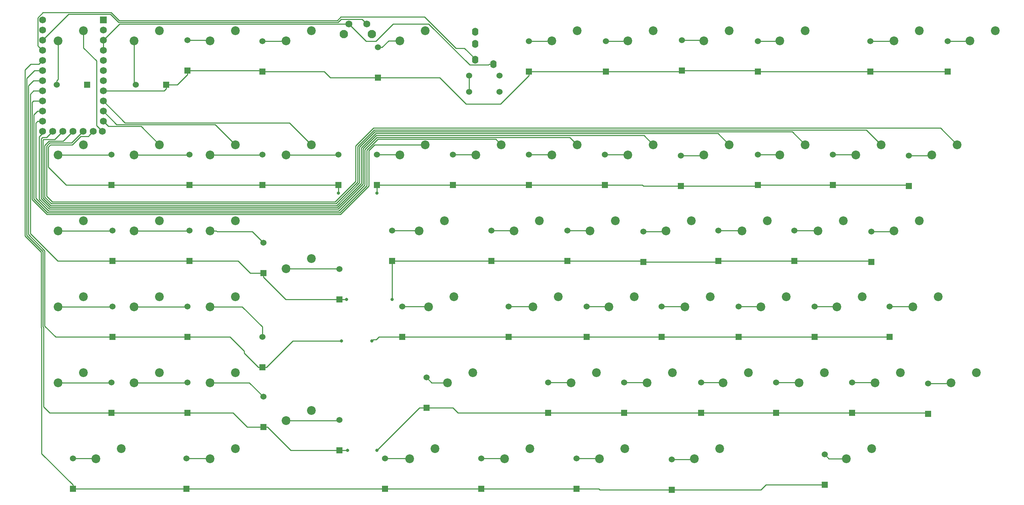
<source format=gtl>
G04 #@! TF.GenerationSoftware,KiCad,Pcbnew,(5.1.4)-1*
G04 #@! TF.CreationDate,2019-10-25T22:15:33-04:00*
G04 #@! TF.ProjectId,Keyboard - Left,4b657962-6f61-4726-9420-2d204c656674,rev?*
G04 #@! TF.SameCoordinates,Original*
G04 #@! TF.FileFunction,Copper,L1,Top*
G04 #@! TF.FilePolarity,Positive*
%FSLAX46Y46*%
G04 Gerber Fmt 4.6, Leading zero omitted, Abs format (unit mm)*
G04 Created by KiCad (PCBNEW (5.1.4)-1) date 2019-10-25 22:15:33*
%MOMM*%
%LPD*%
G04 APERTURE LIST*
%ADD10O,1.600000X2.000000*%
%ADD11C,2.200000*%
%ADD12C,2.100000*%
%ADD13C,1.750000*%
%ADD14C,1.524000*%
%ADD15R,1.524000X1.524000*%
%ADD16R,1.752600X1.752600*%
%ADD17C,1.752600*%
%ADD18C,0.800000*%
%ADD19C,0.250000*%
G04 APERTURE END LIST*
D10*
X138670000Y-38966000D03*
X138670000Y-35966000D03*
X138670000Y-42966000D03*
X143270000Y-44066000D03*
D11*
X40481250Y-35718750D03*
X34131250Y-38258750D03*
X59531250Y-35718750D03*
X53181250Y-38258750D03*
X72231250Y-38258750D03*
X78581250Y-35718750D03*
X97631250Y-35718750D03*
X91281250Y-38258750D03*
X119856250Y-38258750D03*
X126206250Y-35718750D03*
X164306250Y-35718750D03*
X157956250Y-38258750D03*
X183356250Y-35718750D03*
X177006250Y-38258750D03*
X196056250Y-38258750D03*
X202406250Y-35718750D03*
X215106250Y-38258750D03*
X221456250Y-35718750D03*
X243681250Y-38258750D03*
X250031250Y-35718750D03*
X269081250Y-35718750D03*
X262731250Y-38258750D03*
X34131250Y-66833750D03*
X40481250Y-64293750D03*
X59531250Y-64293750D03*
X53181250Y-66833750D03*
X72231250Y-66833750D03*
X78581250Y-64293750D03*
X91281250Y-66833750D03*
X97631250Y-64293750D03*
X126206250Y-64293750D03*
X119856250Y-66833750D03*
X145256250Y-64293750D03*
X138906250Y-66833750D03*
X157956250Y-66833750D03*
X164306250Y-64293750D03*
X177006250Y-66833750D03*
X183356250Y-64293750D03*
X202406250Y-64293750D03*
X196056250Y-66833750D03*
X221456250Y-64293750D03*
X215106250Y-66833750D03*
X240506250Y-64293750D03*
X234156250Y-66833750D03*
X253206250Y-66833750D03*
X259556250Y-64293750D03*
X40481250Y-83343750D03*
X34131250Y-85883750D03*
X59531250Y-83343750D03*
X53181250Y-85883750D03*
X72231250Y-85883750D03*
X78581250Y-83343750D03*
X91281250Y-95408750D03*
X97631250Y-92868750D03*
X130968750Y-83343750D03*
X124618750Y-85883750D03*
X148431250Y-85883750D03*
X154781250Y-83343750D03*
X173831250Y-83343750D03*
X167481250Y-85883750D03*
X186531250Y-85883750D03*
X192881250Y-83343750D03*
X205581250Y-85883750D03*
X211931250Y-83343750D03*
X224631250Y-85883750D03*
X230981250Y-83343750D03*
X243681250Y-85883750D03*
X250031250Y-83343750D03*
X40481250Y-102393750D03*
X34131250Y-104933750D03*
X59531250Y-102393750D03*
X53181250Y-104933750D03*
X78581250Y-102393750D03*
X72231250Y-104933750D03*
X133350000Y-102393750D03*
X127000000Y-104933750D03*
X159543750Y-102393750D03*
X153193750Y-104933750D03*
X172243750Y-104933750D03*
X178593750Y-102393750D03*
X191293750Y-104933750D03*
X197643750Y-102393750D03*
X216693750Y-102393750D03*
X210343750Y-104933750D03*
X235743750Y-102393750D03*
X229393750Y-104933750D03*
X254793750Y-102393750D03*
X248443750Y-104933750D03*
X40481250Y-121443750D03*
X34131250Y-123983750D03*
X59531250Y-121443750D03*
X53181250Y-123983750D03*
X72231250Y-123983750D03*
X78581250Y-121443750D03*
X97631250Y-130968750D03*
X91281250Y-133508750D03*
X138112500Y-121443750D03*
X131762500Y-123983750D03*
X162718750Y-123983750D03*
X169068750Y-121443750D03*
X188118750Y-121443750D03*
X181768750Y-123983750D03*
X207168750Y-121443750D03*
X200818750Y-123983750D03*
X219868750Y-123983750D03*
X226218750Y-121443750D03*
X238918750Y-123983750D03*
X245268750Y-121443750D03*
X257968750Y-123983750D03*
X264318750Y-121443750D03*
X50006250Y-140493750D03*
X43656250Y-143033750D03*
X72231250Y-143033750D03*
X78581250Y-140493750D03*
X128587500Y-140493750D03*
X122237500Y-143033750D03*
X146050000Y-143033750D03*
X152400000Y-140493750D03*
X176212500Y-140493750D03*
X169862500Y-143033750D03*
X193675000Y-143033750D03*
X200025000Y-140493750D03*
X238125000Y-140493750D03*
X231775000Y-143033750D03*
D12*
X105746000Y-36526000D03*
D13*
X107006000Y-34036000D03*
X111506000Y-34036000D03*
D12*
X112756000Y-36526000D03*
D14*
X33782000Y-49276000D03*
D15*
X41402000Y-49276000D03*
D14*
X53594000Y-49276000D03*
D15*
X61214000Y-49276000D03*
D14*
X66548000Y-38100000D03*
D15*
X66548000Y-45720000D03*
X85344000Y-45974000D03*
D14*
X85344000Y-38354000D03*
X114300000Y-39878000D03*
D15*
X114300000Y-47498000D03*
X152146000Y-45974000D03*
D14*
X152146000Y-38354000D03*
X171450000Y-38354000D03*
D15*
X171450000Y-45974000D03*
D14*
X190500000Y-38100000D03*
D15*
X190500000Y-45720000D03*
X209550000Y-45974000D03*
D14*
X209550000Y-38354000D03*
X237744000Y-38354000D03*
D15*
X237744000Y-45974000D03*
D14*
X257175000Y-38354000D03*
D15*
X257175000Y-45974000D03*
X47498000Y-74422000D03*
D14*
X47498000Y-66802000D03*
D15*
X67056000Y-74422000D03*
D14*
X67056000Y-66802000D03*
X85344000Y-66802000D03*
D15*
X85344000Y-74422000D03*
D14*
X104394000Y-66802000D03*
D15*
X104394000Y-74422000D03*
X114046000Y-74422000D03*
D14*
X114046000Y-66802000D03*
D15*
X133096000Y-74422000D03*
D14*
X133096000Y-66802000D03*
X152146000Y-66802000D03*
D15*
X152146000Y-74422000D03*
X171196000Y-74422000D03*
D14*
X171196000Y-66802000D03*
D15*
X190246000Y-74676000D03*
D14*
X190246000Y-67056000D03*
X209550000Y-66802000D03*
D15*
X209550000Y-74422000D03*
X228346000Y-74422000D03*
D14*
X228346000Y-66802000D03*
D15*
X247396000Y-74676000D03*
D14*
X247396000Y-67056000D03*
X47752000Y-85852000D03*
D15*
X47752000Y-93472000D03*
D14*
X67056000Y-85852000D03*
D15*
X67056000Y-93472000D03*
X85598000Y-96520000D03*
D14*
X85598000Y-88900000D03*
D15*
X104648000Y-103124000D03*
D14*
X104648000Y-95504000D03*
X117856000Y-85852000D03*
D15*
X117856000Y-93472000D03*
D14*
X142748000Y-85852000D03*
D15*
X142748000Y-93472000D03*
X161798000Y-93472000D03*
D14*
X161798000Y-85852000D03*
X180848000Y-86106000D03*
D15*
X180848000Y-93726000D03*
D14*
X199644000Y-85852000D03*
D15*
X199644000Y-93472000D03*
X218694000Y-93472000D03*
D14*
X218694000Y-85852000D03*
X237998000Y-86106000D03*
D15*
X237998000Y-93726000D03*
X47752000Y-112522000D03*
D14*
X47752000Y-104902000D03*
D15*
X66548000Y-112522000D03*
D14*
X66548000Y-104902000D03*
X85344000Y-112522000D03*
D15*
X85344000Y-120142000D03*
D14*
X120396000Y-104902000D03*
D15*
X120396000Y-112522000D03*
X147066000Y-112522000D03*
D14*
X147066000Y-104902000D03*
X166624000Y-104902000D03*
D15*
X166624000Y-112522000D03*
X185420000Y-112522000D03*
D14*
X185420000Y-104902000D03*
D15*
X204724000Y-112522000D03*
D14*
X204724000Y-104902000D03*
X223774000Y-104902000D03*
D15*
X223774000Y-112522000D03*
X242570000Y-112522000D03*
D14*
X242570000Y-104902000D03*
X47498000Y-123952000D03*
D15*
X47498000Y-131572000D03*
D14*
X66548000Y-123952000D03*
D15*
X66548000Y-131572000D03*
X85598000Y-135128000D03*
D14*
X85598000Y-127508000D03*
X104648000Y-133350000D03*
D15*
X104648000Y-140970000D03*
X126492000Y-130302000D03*
D14*
X126492000Y-122682000D03*
X156972000Y-123952000D03*
D15*
X156972000Y-131572000D03*
X176022000Y-131572000D03*
D14*
X176022000Y-123952000D03*
X195326000Y-123952000D03*
D15*
X195326000Y-131572000D03*
D14*
X214122000Y-123952000D03*
D15*
X214122000Y-131572000D03*
X233172000Y-131572000D03*
D14*
X233172000Y-123952000D03*
X252222000Y-124206000D03*
D15*
X252222000Y-131826000D03*
X37846000Y-150622000D03*
D14*
X37846000Y-143002000D03*
D15*
X66294000Y-150622000D03*
D14*
X66294000Y-143002000D03*
D15*
X116078000Y-150622000D03*
D14*
X116078000Y-143002000D03*
D15*
X140208000Y-150622000D03*
D14*
X140208000Y-143002000D03*
D15*
X164084000Y-150622000D03*
D14*
X164084000Y-143002000D03*
D15*
X187960000Y-150876000D03*
D14*
X187960000Y-143256000D03*
X226314000Y-141986000D03*
D15*
X226314000Y-149606000D03*
D14*
X137160000Y-46990000D03*
X144780000Y-46990000D03*
X144780000Y-51054000D03*
X137160000Y-51054000D03*
D16*
X45466000Y-33020000D03*
D17*
X45466000Y-35560000D03*
X45466000Y-38100000D03*
X45466000Y-40640000D03*
X45466000Y-43180000D03*
X45466000Y-45720000D03*
X45466000Y-48260000D03*
X45466000Y-50800000D03*
X45466000Y-53340000D03*
X45466000Y-55880000D03*
X45466000Y-58420000D03*
X30226000Y-60960000D03*
X30226000Y-58420000D03*
X30226000Y-55880000D03*
X30226000Y-53340000D03*
X30226000Y-50800000D03*
X30226000Y-48260000D03*
X30226000Y-45720000D03*
X30226000Y-43180000D03*
X30226000Y-40640000D03*
X30226000Y-38100000D03*
X30226000Y-35560000D03*
X45237400Y-60960000D03*
X30226000Y-33020000D03*
X32766000Y-60960000D03*
X35306000Y-60960000D03*
X37846000Y-60960000D03*
X40386000Y-60960000D03*
X42926000Y-60960000D03*
D18*
X104394000Y-76454000D03*
X114046000Y-76454000D03*
X106426000Y-103124000D03*
X117856000Y-103124000D03*
X105156000Y-113538000D03*
X112776000Y-113538000D03*
X106680000Y-140970000D03*
X114046000Y-140970000D03*
D19*
X66548000Y-46732000D02*
X66548000Y-45720000D01*
X64004000Y-49276000D02*
X66548000Y-46732000D01*
X61214000Y-49276000D02*
X64004000Y-49276000D01*
X152146000Y-45974000D02*
X171450000Y-45974000D01*
X190246000Y-45974000D02*
X190500000Y-45720000D01*
X171450000Y-45974000D02*
X190246000Y-45974000D01*
X209296000Y-45720000D02*
X209550000Y-45974000D01*
X190500000Y-45720000D02*
X209296000Y-45720000D01*
X210562000Y-45974000D02*
X237744000Y-45974000D01*
X209550000Y-45974000D02*
X210562000Y-45974000D01*
X238756000Y-45974000D02*
X257175000Y-45974000D01*
X237744000Y-45974000D02*
X238756000Y-45974000D01*
X85090000Y-45720000D02*
X85344000Y-45974000D01*
X66548000Y-45720000D02*
X85090000Y-45720000D01*
X85344000Y-45974000D02*
X100838000Y-45974000D01*
X102362000Y-47498000D02*
X114300000Y-47498000D01*
X100838000Y-45974000D02*
X102362000Y-47498000D01*
X114300000Y-47498000D02*
X129794000Y-47498000D01*
X129794000Y-47498000D02*
X136398000Y-54102000D01*
X152146000Y-46986000D02*
X152146000Y-45974000D01*
X145030000Y-54102000D02*
X152146000Y-46986000D01*
X136398000Y-54102000D02*
X145030000Y-54102000D01*
X60702000Y-50800000D02*
X45466000Y-50800000D01*
X61214000Y-49276000D02*
X61214000Y-50288000D01*
X61214000Y-50288000D02*
X60702000Y-50800000D01*
X34131250Y-39814384D02*
X34131250Y-38258750D01*
X34131250Y-47849120D02*
X34131250Y-39814384D01*
X33782000Y-48198370D02*
X34131250Y-47849120D01*
X33782000Y-49276000D02*
X33782000Y-48198370D01*
X53181250Y-48863250D02*
X53594000Y-49276000D01*
X53181250Y-38258750D02*
X53181250Y-48863250D01*
X72072500Y-38100000D02*
X72231250Y-38258750D01*
X66548000Y-38100000D02*
X72072500Y-38100000D01*
X91186000Y-38354000D02*
X91281250Y-38258750D01*
X85344000Y-38354000D02*
X91186000Y-38354000D01*
X114300000Y-39878000D02*
X115377630Y-39878000D01*
X116996880Y-38258750D02*
X119856250Y-38258750D01*
X115377630Y-39878000D02*
X116996880Y-38258750D01*
X157861000Y-38354000D02*
X157956250Y-38258750D01*
X152146000Y-38354000D02*
X157861000Y-38354000D01*
X176911000Y-38354000D02*
X177006250Y-38258750D01*
X171450000Y-38354000D02*
X176911000Y-38354000D01*
X195897500Y-38100000D02*
X196056250Y-38258750D01*
X190500000Y-38100000D02*
X195897500Y-38100000D01*
X215011000Y-38354000D02*
X215106250Y-38258750D01*
X209550000Y-38354000D02*
X215011000Y-38354000D01*
X243586000Y-38354000D02*
X243681250Y-38258750D01*
X237744000Y-38354000D02*
X243586000Y-38354000D01*
X262636000Y-38354000D02*
X262731250Y-38258750D01*
X257175000Y-38354000D02*
X262636000Y-38354000D01*
X47498000Y-74422000D02*
X67056000Y-74422000D01*
X67056000Y-74422000D02*
X85344000Y-74422000D01*
X85344000Y-74422000D02*
X104394000Y-74422000D01*
X104394000Y-74422000D02*
X104394000Y-76454000D01*
X114046000Y-76454000D02*
X114046000Y-74422000D01*
X115058000Y-74422000D02*
X133096000Y-74422000D01*
X114046000Y-74422000D02*
X115058000Y-74422000D01*
X133096000Y-74422000D02*
X152146000Y-74422000D01*
X152146000Y-74422000D02*
X171196000Y-74422000D01*
X171196000Y-74422000D02*
X180594000Y-74422000D01*
X180848000Y-74676000D02*
X190246000Y-74676000D01*
X180594000Y-74422000D02*
X180848000Y-74676000D01*
X209296000Y-74676000D02*
X209550000Y-74422000D01*
X190246000Y-74676000D02*
X209296000Y-74676000D01*
X209550000Y-74422000D02*
X228346000Y-74422000D01*
X247142000Y-74422000D02*
X247396000Y-74676000D01*
X228346000Y-74422000D02*
X247142000Y-74422000D01*
X42049701Y-61836299D02*
X42926000Y-60960000D01*
X41724699Y-62161301D02*
X42049701Y-61836299D01*
X39821109Y-62161301D02*
X41724699Y-62161301D01*
X47498000Y-74422000D02*
X36170498Y-74422000D01*
X36170498Y-74422000D02*
X31686249Y-69937751D01*
X31686249Y-69937751D02*
X31686249Y-64836571D01*
X31686249Y-64836571D02*
X32238780Y-64284040D01*
X32238780Y-64284040D02*
X37698371Y-64284039D01*
X37698371Y-64284039D02*
X39821109Y-62161301D01*
X47466250Y-66833750D02*
X47498000Y-66802000D01*
X34131250Y-66833750D02*
X47466250Y-66833750D01*
X67024250Y-66833750D02*
X67056000Y-66802000D01*
X53181250Y-66833750D02*
X67024250Y-66833750D01*
X85312250Y-66833750D02*
X85344000Y-66802000D01*
X72231250Y-66833750D02*
X85312250Y-66833750D01*
X104362250Y-66833750D02*
X104394000Y-66802000D01*
X91281250Y-66833750D02*
X104362250Y-66833750D01*
X119824500Y-66802000D02*
X119856250Y-66833750D01*
X114046000Y-66802000D02*
X119824500Y-66802000D01*
X138874500Y-66802000D02*
X138906250Y-66833750D01*
X133096000Y-66802000D02*
X138874500Y-66802000D01*
X157924500Y-66802000D02*
X157956250Y-66833750D01*
X152146000Y-66802000D02*
X157924500Y-66802000D01*
X176974500Y-66802000D02*
X177006250Y-66833750D01*
X171196000Y-66802000D02*
X176974500Y-66802000D01*
X195834000Y-67056000D02*
X196056250Y-66833750D01*
X190246000Y-67056000D02*
X195834000Y-67056000D01*
X215074500Y-66802000D02*
X215106250Y-66833750D01*
X209550000Y-66802000D02*
X215074500Y-66802000D01*
X234124500Y-66802000D02*
X234156250Y-66833750D01*
X228346000Y-66802000D02*
X234124500Y-66802000D01*
X252984000Y-67056000D02*
X253206250Y-66833750D01*
X247396000Y-67056000D02*
X252984000Y-67056000D01*
X47720250Y-85883750D02*
X47752000Y-85852000D01*
X34131250Y-85883750D02*
X47720250Y-85883750D01*
X47752000Y-93472000D02*
X34036000Y-93472000D01*
X47752000Y-93472000D02*
X67056000Y-93472000D01*
X67056000Y-93472000D02*
X79248000Y-93472000D01*
X82296000Y-96520000D02*
X85598000Y-96520000D01*
X79248000Y-93472000D02*
X82296000Y-96520000D01*
X103636000Y-103124000D02*
X104648000Y-103124000D01*
X91190000Y-103124000D02*
X103636000Y-103124000D01*
X85598000Y-97532000D02*
X91190000Y-103124000D01*
X85598000Y-96520000D02*
X85598000Y-97532000D01*
X104648000Y-103124000D02*
X106426000Y-103124000D01*
X117856000Y-103124000D02*
X117856000Y-93472000D01*
X117856000Y-93472000D02*
X142748000Y-93472000D01*
X142748000Y-93472000D02*
X161798000Y-93472000D01*
X180594000Y-93472000D02*
X180848000Y-93726000D01*
X161798000Y-93472000D02*
X180594000Y-93472000D01*
X199390000Y-93726000D02*
X199644000Y-93472000D01*
X180848000Y-93726000D02*
X199390000Y-93726000D01*
X199644000Y-93472000D02*
X218694000Y-93472000D01*
X237744000Y-93472000D02*
X237998000Y-93726000D01*
X218694000Y-93472000D02*
X237744000Y-93472000D01*
X31496000Y-90932000D02*
X31236239Y-90672239D01*
X34036000Y-93472000D02*
X31496000Y-90932000D01*
X27166669Y-86602669D02*
X31496000Y-90932000D01*
X27166669Y-51573331D02*
X27166669Y-86602669D01*
X30226000Y-50800000D02*
X27940000Y-50800000D01*
X27940000Y-50800000D02*
X27166669Y-51573331D01*
X67024250Y-85883750D02*
X67056000Y-85852000D01*
X53181250Y-85883750D02*
X67024250Y-85883750D01*
X84836001Y-88138001D02*
X85598000Y-88900000D01*
X82796749Y-86098749D02*
X84836001Y-88138001D01*
X74001883Y-86098749D02*
X82796749Y-86098749D01*
X73786884Y-85883750D02*
X74001883Y-86098749D01*
X72231250Y-85883750D02*
X73786884Y-85883750D01*
X104552750Y-95408750D02*
X104648000Y-95504000D01*
X91281250Y-95408750D02*
X104552750Y-95408750D01*
X124587000Y-85852000D02*
X124618750Y-85883750D01*
X117856000Y-85852000D02*
X124587000Y-85852000D01*
X148399500Y-85852000D02*
X148431250Y-85883750D01*
X142748000Y-85852000D02*
X148399500Y-85852000D01*
X167449500Y-85852000D02*
X167481250Y-85883750D01*
X161798000Y-85852000D02*
X167449500Y-85852000D01*
X186309000Y-86106000D02*
X186531250Y-85883750D01*
X180848000Y-86106000D02*
X186309000Y-86106000D01*
X205549500Y-85852000D02*
X205581250Y-85883750D01*
X199644000Y-85852000D02*
X205549500Y-85852000D01*
X224599500Y-85852000D02*
X224631250Y-85883750D01*
X218694000Y-85852000D02*
X224599500Y-85852000D01*
X243459000Y-86106000D02*
X243681250Y-85883750D01*
X237998000Y-86106000D02*
X243459000Y-86106000D01*
X47752000Y-112522000D02*
X66548000Y-112522000D01*
X66548000Y-112522000D02*
X77216000Y-112522000D01*
X77216000Y-112522000D02*
X80772000Y-116078000D01*
X84332000Y-120142000D02*
X85344000Y-120142000D01*
X80772000Y-116582000D02*
X84332000Y-120142000D01*
X80772000Y-116078000D02*
X80772000Y-116582000D01*
X86356000Y-120142000D02*
X88138000Y-118360000D01*
X85344000Y-120142000D02*
X86356000Y-120142000D01*
X88138000Y-118360000D02*
X88142000Y-118360000D01*
X92964000Y-113538000D02*
X105156000Y-113538000D01*
X88142000Y-118360000D02*
X92964000Y-113538000D01*
X113175999Y-113138001D02*
X113937999Y-113138001D01*
X112776000Y-113538000D02*
X113175999Y-113138001D01*
X114554000Y-112522000D02*
X120396000Y-112522000D01*
X113937999Y-113138001D02*
X114554000Y-112522000D01*
X121408000Y-112522000D02*
X147066000Y-112522000D01*
X120396000Y-112522000D02*
X121408000Y-112522000D01*
X147066000Y-112522000D02*
X166624000Y-112522000D01*
X166624000Y-112522000D02*
X185420000Y-112522000D01*
X185420000Y-112522000D02*
X204724000Y-112522000D01*
X204724000Y-112522000D02*
X223774000Y-112522000D01*
X223774000Y-112522000D02*
X242570000Y-112522000D01*
X33528000Y-112522000D02*
X47752000Y-112522000D01*
X30226000Y-48260000D02*
X27940000Y-48260000D01*
X26716659Y-49483341D02*
X26716659Y-86789069D01*
X27940000Y-48260000D02*
X26716659Y-49483341D01*
X26716659Y-86789069D02*
X30786230Y-90858640D01*
X30786230Y-90858640D02*
X30786230Y-109780230D01*
X30786230Y-109780230D02*
X33528000Y-112522000D01*
X47720250Y-104933750D02*
X47752000Y-104902000D01*
X34131250Y-104933750D02*
X47720250Y-104933750D01*
X66516250Y-104933750D02*
X66548000Y-104902000D01*
X53181250Y-104933750D02*
X66516250Y-104933750D01*
X85344000Y-111444370D02*
X85344000Y-112522000D01*
X85344000Y-109957498D02*
X85344000Y-111444370D01*
X80320252Y-104933750D02*
X85344000Y-109957498D01*
X72231250Y-104933750D02*
X80320252Y-104933750D01*
X126968250Y-104902000D02*
X127000000Y-104933750D01*
X120396000Y-104902000D02*
X126968250Y-104902000D01*
X153162000Y-104902000D02*
X153193750Y-104933750D01*
X147066000Y-104902000D02*
X153162000Y-104902000D01*
X172212000Y-104902000D02*
X172243750Y-104933750D01*
X166624000Y-104902000D02*
X172212000Y-104902000D01*
X191262000Y-104902000D02*
X191293750Y-104933750D01*
X185420000Y-104902000D02*
X191262000Y-104902000D01*
X210312000Y-104902000D02*
X210343750Y-104933750D01*
X204724000Y-104902000D02*
X210312000Y-104902000D01*
X229362000Y-104902000D02*
X229393750Y-104933750D01*
X223774000Y-104902000D02*
X229362000Y-104902000D01*
X248412000Y-104902000D02*
X248443750Y-104933750D01*
X242570000Y-104902000D02*
X248412000Y-104902000D01*
X47466250Y-123983750D02*
X47498000Y-123952000D01*
X34131250Y-123983750D02*
X47466250Y-123983750D01*
X47498000Y-131572000D02*
X66548000Y-131572000D01*
X66548000Y-131572000D02*
X77978000Y-131572000D01*
X81534000Y-135128000D02*
X85598000Y-135128000D01*
X77978000Y-131572000D02*
X81534000Y-135128000D01*
X103636000Y-140970000D02*
X104648000Y-140970000D01*
X92452000Y-140970000D02*
X103636000Y-140970000D01*
X86610000Y-135128000D02*
X92452000Y-140970000D01*
X85598000Y-135128000D02*
X86610000Y-135128000D01*
X104648000Y-140970000D02*
X106680000Y-140970000D01*
X124714000Y-130302000D02*
X126492000Y-130302000D01*
X114046000Y-140970000D02*
X124714000Y-130302000D01*
X126492000Y-130302000D02*
X133096000Y-130302000D01*
X134366000Y-131572000D02*
X156972000Y-131572000D01*
X133096000Y-130302000D02*
X134366000Y-131572000D01*
X156972000Y-131572000D02*
X176022000Y-131572000D01*
X177034000Y-131572000D02*
X195326000Y-131572000D01*
X176022000Y-131572000D02*
X177034000Y-131572000D01*
X195326000Y-131572000D02*
X214122000Y-131572000D01*
X214122000Y-131572000D02*
X233172000Y-131572000D01*
X251968000Y-131572000D02*
X252222000Y-131826000D01*
X233172000Y-131572000D02*
X251968000Y-131572000D01*
X32004000Y-131572000D02*
X47498000Y-131572000D01*
X30480000Y-130048000D02*
X32004000Y-131572000D01*
X28194000Y-45720000D02*
X26266649Y-47647351D01*
X30480000Y-110110410D02*
X30480000Y-130048000D01*
X26266649Y-47647351D02*
X26266649Y-86975469D01*
X26266649Y-86975469D02*
X30336221Y-91045041D01*
X30336221Y-91045041D02*
X30336221Y-109966629D01*
X30226000Y-45720000D02*
X28194000Y-45720000D01*
X30336221Y-109966629D02*
X30480000Y-110110410D01*
X66516250Y-123983750D02*
X66548000Y-123952000D01*
X53181250Y-123983750D02*
X66516250Y-123983750D01*
X82073750Y-123983750D02*
X85598000Y-127508000D01*
X72231250Y-123983750D02*
X82073750Y-123983750D01*
X104489250Y-133508750D02*
X104648000Y-133350000D01*
X91281250Y-133508750D02*
X104489250Y-133508750D01*
X127793750Y-123983750D02*
X131762500Y-123983750D01*
X126492000Y-122682000D02*
X127793750Y-123983750D01*
X162687000Y-123952000D02*
X162718750Y-123983750D01*
X156972000Y-123952000D02*
X162687000Y-123952000D01*
X181737000Y-123952000D02*
X181768750Y-123983750D01*
X176022000Y-123952000D02*
X181737000Y-123952000D01*
X200787000Y-123952000D02*
X200818750Y-123983750D01*
X195326000Y-123952000D02*
X200787000Y-123952000D01*
X219837000Y-123952000D02*
X219868750Y-123983750D01*
X214122000Y-123952000D02*
X219837000Y-123952000D01*
X238887000Y-123952000D02*
X238918750Y-123983750D01*
X233172000Y-123952000D02*
X238887000Y-123952000D01*
X257746500Y-124206000D02*
X257968750Y-123983750D01*
X252222000Y-124206000D02*
X257746500Y-124206000D01*
X37846000Y-150622000D02*
X66294000Y-150622000D01*
X66294000Y-150622000D02*
X116078000Y-150622000D01*
X117090000Y-150622000D02*
X140208000Y-150622000D01*
X116078000Y-150622000D02*
X117090000Y-150622000D01*
X140208000Y-150622000D02*
X164084000Y-150622000D01*
X164084000Y-150622000D02*
X169672000Y-150622000D01*
X169926000Y-150876000D02*
X187960000Y-150876000D01*
X169672000Y-150622000D02*
X169926000Y-150876000D01*
X187960000Y-150876000D02*
X210312000Y-150876000D01*
X211582000Y-149606000D02*
X226314000Y-149606000D01*
X210312000Y-150876000D02*
X211582000Y-149606000D01*
X30029990Y-141793990D02*
X37846000Y-149610000D01*
X30029990Y-110296808D02*
X30029990Y-141793990D01*
X29886212Y-110153028D02*
X30029990Y-110296808D01*
X29349701Y-44056299D02*
X27317701Y-44056299D01*
X30226000Y-43180000D02*
X29349701Y-44056299D01*
X27317701Y-44056299D02*
X25816639Y-45557361D01*
X25816639Y-45557361D02*
X25816639Y-87161869D01*
X25816639Y-87161869D02*
X29886212Y-91231442D01*
X37846000Y-149610000D02*
X37846000Y-150622000D01*
X29886212Y-91231442D02*
X29886212Y-110153028D01*
X43624500Y-143002000D02*
X43656250Y-143033750D01*
X37846000Y-143002000D02*
X43624500Y-143002000D01*
X72199500Y-143002000D02*
X72231250Y-143033750D01*
X66294000Y-143002000D02*
X72199500Y-143002000D01*
X122205750Y-143002000D02*
X122237500Y-143033750D01*
X116078000Y-143002000D02*
X122205750Y-143002000D01*
X146018250Y-143002000D02*
X146050000Y-143033750D01*
X140208000Y-143002000D02*
X146018250Y-143002000D01*
X169830750Y-143002000D02*
X169862500Y-143033750D01*
X164084000Y-143002000D02*
X169830750Y-143002000D01*
X193452750Y-143256000D02*
X193675000Y-143033750D01*
X187960000Y-143256000D02*
X193452750Y-143256000D01*
X227361750Y-143033750D02*
X231775000Y-143033750D01*
X226314000Y-141986000D02*
X227361750Y-143033750D01*
X137160000Y-46990000D02*
X137160000Y-51054000D01*
X29349701Y-39763701D02*
X30226000Y-40640000D01*
X29024699Y-39438699D02*
X29349701Y-39763701D01*
X30353385Y-31114689D02*
X29024699Y-32443375D01*
X47441109Y-31114689D02*
X30353385Y-31114689D01*
X49462400Y-33135980D02*
X47441109Y-31114689D01*
X104149610Y-33135980D02*
X49462400Y-33135980D01*
X138670000Y-42966000D02*
X138670000Y-42766000D01*
X29024699Y-32443375D02*
X29024699Y-39438699D01*
X138670000Y-42766000D02*
X136036000Y-40132000D01*
X136036000Y-40132000D02*
X133841162Y-40132000D01*
X133841162Y-40132000D02*
X125967162Y-32258000D01*
X125967162Y-32258000D02*
X105027590Y-32258000D01*
X105027590Y-32258000D02*
X104149610Y-33135980D01*
X40481250Y-39997752D02*
X43756699Y-43273201D01*
X40481250Y-35718750D02*
X40481250Y-39997752D01*
X43756699Y-59479299D02*
X45237400Y-60960000D01*
X43756699Y-43273201D02*
X43756699Y-59479299D01*
X59531250Y-64293750D02*
X54927500Y-59690000D01*
X46736000Y-59690000D02*
X45466000Y-58420000D01*
X54927500Y-59690000D02*
X46736000Y-59690000D01*
X78581250Y-64293750D02*
X73527490Y-59239990D01*
X48825990Y-59239990D02*
X45466000Y-55880000D01*
X73527490Y-59239990D02*
X48825990Y-59239990D01*
X97631250Y-64293750D02*
X92127480Y-58789980D01*
X50915980Y-58789980D02*
X45466000Y-53340000D01*
X92127480Y-58789980D02*
X50915980Y-58789980D01*
X31359132Y-81787998D02*
X27616679Y-78045545D01*
X113506250Y-64293750D02*
X112014000Y-65786000D01*
X126206250Y-64293750D02*
X113506250Y-64293750D01*
X112014000Y-65786000D02*
X112014000Y-74676000D01*
X112014000Y-74676000D02*
X104902000Y-81788000D01*
X104902000Y-81788000D02*
X44704000Y-81788000D01*
X44704000Y-81788000D02*
X31359132Y-81787998D01*
X27616679Y-53663321D02*
X27616679Y-55441321D01*
X27940000Y-53340000D02*
X27616679Y-53663321D01*
X30226000Y-53340000D02*
X27940000Y-53340000D01*
X27616679Y-78045545D02*
X27616679Y-55441321D01*
X27616679Y-55441321D02*
X27616679Y-55187321D01*
X162431239Y-62418739D02*
X144017649Y-62418739D01*
X164306250Y-64293750D02*
X162431239Y-62418739D01*
X114108440Y-62418740D02*
X111055990Y-65471190D01*
X144017649Y-62418739D02*
X114108440Y-62418740D01*
X111055990Y-65471190D02*
X111055990Y-74361190D01*
X111055990Y-74361190D02*
X104529200Y-80887980D01*
X48144020Y-80887980D02*
X48006000Y-80887980D01*
X104529200Y-80887980D02*
X48144020Y-80887980D01*
X31731934Y-80887980D02*
X28516699Y-77672745D01*
X48144020Y-80887980D02*
X31731934Y-80887980D01*
X28516699Y-58890026D02*
X28516699Y-59504699D01*
X28986725Y-58420000D02*
X28516699Y-58890026D01*
X30226000Y-58420000D02*
X28986725Y-58420000D01*
X28516699Y-77672745D02*
X28516699Y-59504699D01*
X28516699Y-59504699D02*
X28516699Y-59367301D01*
X31918326Y-80437963D02*
X29436201Y-77955837D01*
X181031231Y-61968731D02*
X113922039Y-61968731D01*
X183356250Y-64293750D02*
X181031231Y-61968731D01*
X113922039Y-61968731D02*
X110605980Y-65284790D01*
X110605980Y-65284790D02*
X110605980Y-74174790D01*
X47819600Y-80437970D02*
X31918326Y-80437963D01*
X110605980Y-74174790D02*
X104342800Y-80437970D01*
X104342800Y-80437970D02*
X47819600Y-80437970D01*
X30226000Y-60960000D02*
X30226000Y-61468000D01*
X29436201Y-62257799D02*
X29436201Y-63019799D01*
X30226000Y-61468000D02*
X29436201Y-62257799D01*
X29436201Y-77955837D02*
X29436201Y-63019799D01*
X29436201Y-63019799D02*
X29436201Y-62891389D01*
X31242000Y-62484000D02*
X32766000Y-60960000D01*
X30226000Y-62484000D02*
X31242000Y-62484000D01*
X29886211Y-62823789D02*
X30226000Y-62484000D01*
X29886211Y-77769437D02*
X29886211Y-62823789D01*
X32104727Y-79987955D02*
X29886211Y-77769437D01*
X49022000Y-79987960D02*
X32104727Y-79987955D01*
X199580500Y-61468000D02*
X113786360Y-61468000D01*
X202406250Y-64293750D02*
X199580500Y-61468000D01*
X113786360Y-61468000D02*
X110155970Y-65098390D01*
X110155970Y-65098390D02*
X110155970Y-73988390D01*
X110155970Y-73988390D02*
X104156400Y-79987960D01*
X104156400Y-79987960D02*
X49022000Y-79987960D01*
X34429701Y-61836299D02*
X35306000Y-60960000D01*
X30336221Y-77583037D02*
X30336221Y-63135779D01*
X30537990Y-62934010D02*
X33331990Y-62934010D01*
X32291128Y-79537947D02*
X30336221Y-77583037D01*
X49530000Y-79537950D02*
X32291128Y-79537947D01*
X221456250Y-64293750D02*
X218180490Y-61017990D01*
X218180490Y-61017990D02*
X113599959Y-61017991D01*
X30336221Y-63135779D02*
X30537990Y-62934010D01*
X113599959Y-61017991D02*
X109705960Y-64911990D01*
X109705960Y-64911990D02*
X109705960Y-73801990D01*
X109705960Y-73801990D02*
X103970000Y-79537950D01*
X33331990Y-62934010D02*
X34429701Y-61836299D01*
X103970000Y-79537950D02*
X49530000Y-79537950D01*
X35421980Y-63384020D02*
X36969701Y-61836299D01*
X31865980Y-63384020D02*
X35421980Y-63384020D01*
X30786231Y-64463769D02*
X31865980Y-63384020D01*
X36969701Y-61836299D02*
X37846000Y-60960000D01*
X30786230Y-77396638D02*
X30786231Y-64463769D01*
X32477529Y-79087939D02*
X30786230Y-77396638D01*
X103783600Y-79087940D02*
X32477529Y-79087939D01*
X109220000Y-73651540D02*
X103783600Y-79087940D01*
X149860000Y-60567980D02*
X149859998Y-60567982D01*
X149859998Y-60567982D02*
X113413558Y-60567982D01*
X240506250Y-64293750D02*
X236780480Y-60567980D01*
X236780480Y-60567980D02*
X149860000Y-60567980D01*
X113413558Y-60567982D02*
X109220000Y-64761540D01*
X109220000Y-64761540D02*
X109220000Y-73651540D01*
X32052380Y-63834030D02*
X37511970Y-63834030D01*
X31236240Y-64650170D02*
X32052380Y-63834030D01*
X37511970Y-63834030D02*
X40386000Y-60960000D01*
X103597200Y-78637930D02*
X32663930Y-78637930D01*
X31236239Y-77210239D02*
X31236240Y-64650170D01*
X255380471Y-60117971D02*
X236966880Y-60117970D01*
X259556250Y-64293750D02*
X255380471Y-60117971D01*
X236966880Y-60117970D02*
X113227160Y-60117970D01*
X32663930Y-78637930D02*
X31236239Y-77210239D01*
X113227160Y-60117970D02*
X108769990Y-64575140D01*
X108769990Y-64575140D02*
X108769990Y-73465140D01*
X108769990Y-73465140D02*
X103597200Y-78637930D01*
X143831249Y-62868749D02*
X145256250Y-64293750D01*
X114294841Y-62868749D02*
X143831249Y-62868749D01*
X111506000Y-65657590D02*
X114294841Y-62868749D01*
X30226000Y-55880000D02*
X28986725Y-55880000D01*
X28986725Y-55880000D02*
X28066689Y-56800036D01*
X28066689Y-56800036D02*
X28066689Y-77859145D01*
X28066689Y-77859145D02*
X31545533Y-81337989D01*
X111506000Y-74547590D02*
X111506000Y-65657590D01*
X31545533Y-81337989D02*
X104715600Y-81337990D01*
X104715600Y-81337990D02*
X111506000Y-74547590D01*
X110305999Y-32835999D02*
X105086001Y-32835999D01*
X111506000Y-34036000D02*
X110305999Y-32835999D01*
X105086001Y-32835999D02*
X104336010Y-33585990D01*
X104336010Y-33585990D02*
X49276000Y-33585990D01*
X49276000Y-33585990D02*
X47254709Y-31564699D01*
X36761301Y-31564699D02*
X30226000Y-38100000D01*
X47254709Y-31564699D02*
X36761301Y-31564699D01*
X111324000Y-38354000D02*
X107006000Y-34036000D01*
X113792000Y-38354000D02*
X111324000Y-38354000D01*
X142220000Y-44066000D02*
X141994990Y-44291010D01*
X141994990Y-44291010D02*
X137363762Y-44291010D01*
X137363762Y-44291010D02*
X127049001Y-33976249D01*
X143270000Y-44066000D02*
X142220000Y-44066000D01*
X127049001Y-33976249D02*
X118169751Y-33976249D01*
X118169751Y-33976249D02*
X113792000Y-38354000D01*
X49530000Y-34036000D02*
X45466000Y-38100000D01*
X107006000Y-34036000D02*
X49530000Y-34036000D01*
X45466000Y-38100000D02*
X45466000Y-40640000D01*
M02*

</source>
